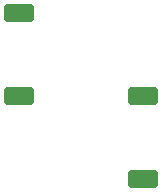
<source format=gbr>
%TF.GenerationSoftware,KiCad,Pcbnew,9.0.3*%
%TF.CreationDate,2025-07-21T22:41:49+05:30*%
%TF.ProjectId,ldr sensor.kicad_pc_boards,6c647220-7365-46e7-936f-722e6b696361,rev?*%
%TF.SameCoordinates,Original*%
%TF.FileFunction,Paste,Top*%
%TF.FilePolarity,Positive*%
%FSLAX46Y46*%
G04 Gerber Fmt 4.6, Leading zero omitted, Abs format (unit mm)*
G04 Created by KiCad (PCBNEW 9.0.3) date 2025-07-21 22:41:49*
%MOMM*%
%LPD*%
G01*
G04 APERTURE LIST*
G04 Aperture macros list*
%AMRoundRect*
0 Rectangle with rounded corners*
0 $1 Rounding radius*
0 $2 $3 $4 $5 $6 $7 $8 $9 X,Y pos of 4 corners*
0 Add a 4 corners polygon primitive as box body*
4,1,4,$2,$3,$4,$5,$6,$7,$8,$9,$2,$3,0*
0 Add four circle primitives for the rounded corners*
1,1,$1+$1,$2,$3*
1,1,$1+$1,$4,$5*
1,1,$1+$1,$6,$7*
1,1,$1+$1,$8,$9*
0 Add four rect primitives between the rounded corners*
20,1,$1+$1,$2,$3,$4,$5,0*
20,1,$1+$1,$4,$5,$6,$7,0*
20,1,$1+$1,$6,$7,$8,$9,0*
20,1,$1+$1,$8,$9,$2,$3,0*%
G04 Aperture macros list end*
%ADD10RoundRect,0.225000X1.025000X0.525000X-1.025000X0.525000X-1.025000X-0.525000X1.025000X-0.525000X0*%
%ADD11RoundRect,0.225000X-1.025000X-0.525000X1.025000X-0.525000X1.025000X0.525000X-1.025000X0.525000X0*%
G04 APERTURE END LIST*
D10*
%TO.C,BT1*%
X136000000Y-90000000D03*
X136000000Y-83000000D03*
%TD*%
D11*
%TO.C,BT1*%
X146500000Y-90000000D03*
X146500000Y-97000000D03*
%TD*%
M02*

</source>
